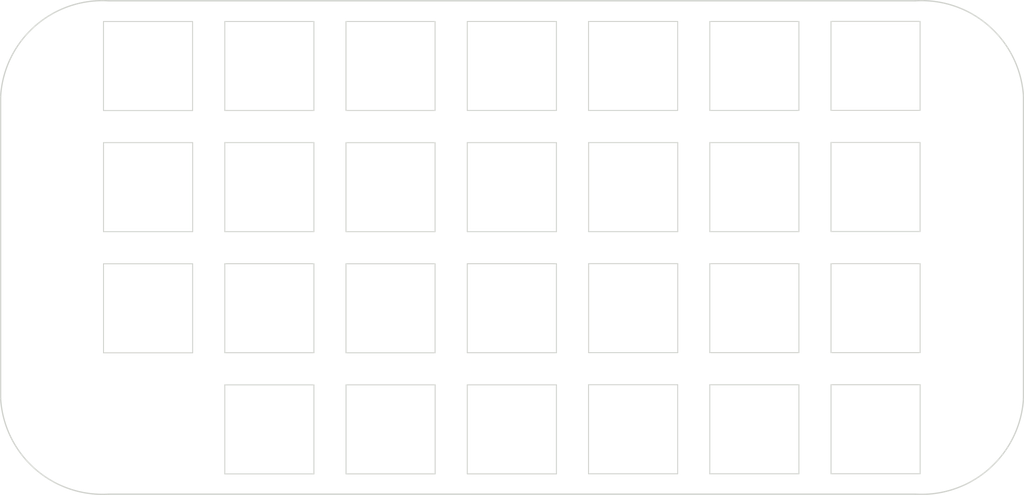
<source format=kicad_pcb>
(kicad_pcb (version 20240108) (generator "pcbnew") (generator_version "8.0")
  (title_block (title "Fragaria") (date "2024-10-05") (rev "1.0") (company "Gzowski.co.uk"))
  (layers (0 "F.Cu" signal) (31 "B.Cu" signal) (34 "B.Paste" user) (35 "F.Paste" user) (36 "B.SilkS" user "B.Silkscreen") (37 "F.SilkS" user "F.Silkscreen") (38 "B.Mask" user) (39 "F.Mask" user) (44 "Edge.Cuts" user))
  (net 0 "")
  (footprint "Button_Switch_Keyboard:SW_Cherry_MX_1.00u_PCB_HOTSWAP_Details_cutout" (layer "F.Cu") (at 122.6405 112.223)
    (property "Reference" "SW16" (hide yes))
    (property "Value" "CPG151101S11" (hide yes))
    (fp_line (start -9.545 -1.929) (end -9.545 12.071) (stroke (width 0.15)) (layer "Edge.Cuts"))
    (fp_line (start -9.545 12.071) (end 4.455 12.071) (stroke (width 0.15)) (layer "Edge.Cuts"))
    (fp_line (start 4.455 -1.929) (end -9.545 -1.929) (stroke (width 0.15)) (layer "Edge.Cuts"))
    (fp_line (start 4.455 12.071) (end 4.455 -1.929) (stroke (width 0.15)) (layer "Edge.Cuts"))
  )
  (footprint "Button_Switch_Keyboard:SW_Cherry_MX_1.00u_PCB_HOTSWAP_Details_cutout" (layer "F.Cu") (at 122.6405 131.277955)
    (property "Reference" "SW22" (hide yes))
    (property "Value" "CPG151101S11" (hide yes))
    (fp_line (start -9.545 -1.929) (end -9.545 12.071) (stroke (width 0.15)) (layer "Edge.Cuts"))
    (fp_line (start -9.545 12.071) (end 4.455 12.071) (stroke (width 0.15)) (layer "Edge.Cuts"))
    (fp_line (start 4.455 -1.929) (end -9.545 -1.929) (stroke (width 0.15)) (layer "Edge.Cuts"))
    (fp_line (start 4.455 12.071) (end 4.455 -1.929) (stroke (width 0.15)) (layer "Edge.Cuts"))
  )
  (footprint "Button_Switch_Keyboard:SW_Cherry_MX_1.00u_PCB_HOTSWAP_Details_cutout" (layer "F.Cu") (at 141.6905 131.273)
    (property "Reference" "SW23" (hide yes))
    (property "Value" "CPG151101S11" (hide yes))
    (fp_line (start -9.545 -1.929) (end -9.545 12.071) (stroke (width 0.15)) (layer "Edge.Cuts"))
    (fp_line (start -9.545 12.071) (end 4.455 12.071) (stroke (width 0.15)) (layer "Edge.Cuts"))
    (fp_line (start 4.455 -1.929) (end -9.545 -1.929) (stroke (width 0.15)) (layer "Edge.Cuts"))
    (fp_line (start 4.455 12.071) (end 4.455 -1.929) (stroke (width 0.15)) (layer "Edge.Cuts"))
  )
  (footprint "Button_Switch_Keyboard:SW_Cherry_MX_1.00u_PCB_HOTSWAP_Details_cutout" (layer "F.Cu") (at 122.6405 93.173)
    (property "Reference" "SW9" (hide yes))
    (property "Value" "CPG151101S11" (hide yes))
    (fp_line (start -9.545 -1.929) (end -9.545 12.071) (stroke (width 0.15)) (layer "Edge.Cuts"))
    (fp_line (start -9.545 12.071) (end 4.455 12.071) (stroke (width 0.15)) (layer "Edge.Cuts"))
    (fp_line (start 4.455 -1.929) (end -9.545 -1.929) (stroke (width 0.15)) (layer "Edge.Cuts"))
    (fp_line (start 4.455 12.071) (end 4.455 -1.929) (stroke (width 0.15)) (layer "Edge.Cuts"))
  )
  (footprint "Button_Switch_Keyboard:SW_Cherry_MX_1.00u_PCB_HOTSWAP_Details_cutout" (layer "F.Cu") (at 103.5905 93.177955)
    (property "Reference" "SW8" (hide yes))
    (property "Value" "CPG151101S11" (hide yes))
    (fp_line (start -9.545 -1.929) (end -9.545 12.071) (stroke (width 0.15)) (layer "Edge.Cuts"))
    (fp_line (start -9.545 12.071) (end 4.455 12.071) (stroke (width 0.15)) (layer "Edge.Cuts"))
    (fp_line (start 4.455 -1.929) (end -9.545 -1.929) (stroke (width 0.15)) (layer "Edge.Cuts"))
    (fp_line (start 4.455 12.071) (end 4.455 -1.929) (stroke (width 0.15)) (layer "Edge.Cuts"))
  )
  (footprint "Button_Switch_Keyboard:SW_Cherry_MX_1.00u_PCB_HOTSWAP_Details_cutout" (layer "F.Cu") (at 198.8375 112.21)
    (property "Reference" "SW20" (hide yes))
    (property "Value" "CPG151101S11" (hide yes))
    (fp_line (start -9.545 -1.929) (end -9.545 12.071) (stroke (width 0.15)) (layer "Edge.Cuts"))
    (fp_line (start -9.545 12.071) (end 4.455 12.071) (stroke (width 0.15)) (layer "Edge.Cuts"))
    (fp_line (start 4.455 -1.929) (end -9.545 -1.929) (stroke (width 0.15)) (layer "Edge.Cuts"))
    (fp_line (start 4.455 12.071) (end 4.455 -1.929) (stroke (width 0.15)) (layer "Edge.Cuts"))
  )
  (footprint "Button_Switch_Keyboard:SW_Cherry_MX_1.00u_PCB_HOTSWAP_Details_cutout" (layer "F.Cu") (at 179.7905 74.123)
    (property "Reference" "SW5" (hide yes))
    (property "Value" "CPG151101S11" (hide yes))
    (fp_line (start -9.545 -1.929) (end -9.545 12.071) (stroke (width 0.15)) (layer "Edge.Cuts"))
    (fp_line (start -9.545 12.071) (end 4.455 12.071) (stroke (width 0.15)) (layer "Edge.Cuts"))
    (fp_line (start 4.455 -1.929) (end -9.545 -1.929) (stroke (width 0.15)) (layer "Edge.Cuts"))
    (fp_line (start 4.455 12.071) (end 4.455 -1.929) (stroke (width 0.15)) (layer "Edge.Cuts"))
  )
  (footprint "Button_Switch_Keyboard:SW_Cherry_MX_1.00u_PCB_HOTSWAP_Details_cutout" (layer "F.Cu") (at 122.6405 74.127955)
    (property "Reference" "SW2" (hide yes))
    (property "Value" "CPG151101S11" (hide yes))
    (fp_line (start -9.545 -1.929) (end -9.545 12.071) (stroke (width 0.15)) (layer "Edge.Cuts"))
    (fp_line (start -9.545 12.071) (end 4.455 12.071) (stroke (width 0.15)) (layer "Edge.Cuts"))
    (fp_line (start 4.455 -1.929) (end -9.545 -1.929) (stroke (width 0.15)) (layer "Edge.Cuts"))
    (fp_line (start 4.455 12.071) (end 4.455 -1.929) (stroke (width 0.15)) (layer "Edge.Cuts"))
  )
  (footprint "Button_Switch_Keyboard:SW_Cherry_MX_1.00u_PCB_HOTSWAP_Details_cutout" (layer "F.Cu") (at 141.6805 93.183)
    (property "Reference" "SW10" (hide yes))
    (property "Value" "CPG151101S11" (hide yes))
    (fp_line (start -9.545 -1.929) (end -9.545 12.071) (stroke (width 0.15)) (layer "Edge.Cuts"))
    (fp_line (start -9.545 12.071) (end 4.455 12.071) (stroke (width 0.15)) (layer "Edge.Cuts"))
    (fp_line (start 4.455 -1.929) (end -9.545 -1.929) (stroke (width 0.15)) (layer "Edge.Cuts"))
    (fp_line (start 4.455 12.071) (end 4.455 -1.929) (stroke (width 0.15)) (layer "Edge.Cuts"))
  )
  (footprint "Button_Switch_Keyboard:SW_Cherry_MX_1.00u_PCB_HOTSWAP_Details_cutout" (layer "F.Cu") (at 217.8905 131.252955)
    (property "Reference" "SW27" (hide yes))
    (property "Value" "CPG151101S11" (hide yes))
    (fp_line (start -9.545 -1.929) (end -9.545 12.071) (stroke (width 0.15)) (layer "Edge.Cuts"))
    (fp_line (start -9.545 12.071) (end 4.455 12.071) (stroke (width 0.15)) (layer "Edge.Cuts"))
    (fp_line (start 4.455 -1.929) (end -9.545 -1.929) (stroke (width 0.15)) (layer "Edge.Cuts"))
    (fp_line (start 4.455 12.071) (end 4.455 -1.929) (stroke (width 0.15)) (layer "Edge.Cuts"))
  )
  (footprint "Button_Switch_Keyboard:SW_Cherry_MX_1.00u_PCB_HOTSWAP_Details_cutout" (layer "F.Cu") (at 198.8375 131.26)
    (property "Reference" "SW26" (hide yes))
    (property "Value" "CPG151101S11" (hide yes))
    (fp_line (start -9.545 -1.929) (end -9.545 12.071) (stroke (width 0.15)) (layer "Edge.Cuts"))
    (fp_line (start -9.545 12.071) (end 4.455 12.071) (stroke (width 0.15)) (layer "Edge.Cuts"))
    (fp_line (start 4.455 -1.929) (end -9.545 -1.929) (stroke (width 0.15)) (layer "Edge.Cuts"))
    (fp_line (start 4.455 12.071) (end 4.455 -1.929) (stroke (width 0.15)) (layer "Edge.Cuts"))
  )
  (footprint "Button_Switch_Keyboard:SW_Cherry_MX_1.00u_PCB_HOTSWAP_Details_cutout" (layer "F.Cu") (at 160.7405 131.273)
    (property "Reference" "SW24" (hide yes))
    (property "Value" "CPG151101S11" (hide yes))
    (fp_line (start -9.545 -1.929) (end -9.545 12.071) (stroke (width 0.15)) (layer "Edge.Cuts"))
    (fp_line (start -9.545 12.071) (end 4.455 12.071) (stroke (width 0.15)) (layer "Edge.Cuts"))
    (fp_line (start 4.455 -1.929) (end -9.545 -1.929) (stroke (width 0.15)) (layer "Edge.Cuts"))
    (fp_line (start 4.455 12.071) (end 4.455 -1.929) (stroke (width 0.15)) (layer "Edge.Cuts"))
  )
  (footprint "Button_Switch_Keyboard:SW_Cherry_MX_1.00u_PCB_HOTSWAP_Details_cutout" (layer "F.Cu") (at 198.8405 74.123)
    (property "Reference" "SW6" (hide yes))
    (property "Value" "CPG151101S11" (hide yes))
    (fp_line (start -9.545 -1.929) (end -9.545 12.071) (stroke (width 0.15)) (layer "Edge.Cuts"))
    (fp_line (start -9.545 12.071) (end 4.455 12.071) (stroke (width 0.15)) (layer "Edge.Cuts"))
    (fp_line (start 4.455 -1.929) (end -9.545 -1.929) (stroke (width 0.15)) (layer "Edge.Cuts"))
    (fp_line (start 4.455 12.071) (end 4.455 -1.929) (stroke (width 0.15)) (layer "Edge.Cuts"))
  )
  (footprint "Button_Switch_Keyboard:SW_Cherry_MX_1.00u_PCB_HOTSWAP_Details_cutout" (layer "F.Cu") (at 217.8805 74.108)
    (property "Reference" "SW7" (hide yes))
    (property "Value" "CPG151101S11" (hide yes))
    (fp_line (start -9.545 -1.929) (end -9.545 12.071) (stroke (width 0.15)) (layer "Edge.Cuts"))
    (fp_line (start -9.545 12.071) (end 4.455 12.071) (stroke (width 0.15)) (layer "Edge.Cuts"))
    (fp_line (start 4.455 -1.929) (end -9.545 -1.929) (stroke (width 0.15)) (layer "Edge.Cuts"))
    (fp_line (start 4.455 12.071) (end 4.455 -1.929) (stroke (width 0.15)) (layer "Edge.Cuts"))
  )
  (footprint "Button_Switch_Keyboard:SW_Cherry_MX_1.00u_PCB_HOTSWAP_Details_cutout" (layer "F.Cu") (at 141.6805 112.233)
    (property "Reference" "SW17" (hide yes))
    (property "Value" "CPG151101S11" (hide yes))
    (fp_line (start -9.545 -1.929) (end -9.545 12.071) (stroke (width 0.15)) (layer "Edge.Cuts"))
    (fp_line (start -9.545 12.071) (end 4.455 12.071) (stroke (width 0.15)) (layer "Edge.Cuts"))
    (fp_line (start 4.455 -1.929) (end -9.545 -1.929) (stroke (width 0.15)) (layer "Edge.Cuts"))
    (fp_line (start 4.455 12.071) (end 4.455 -1.929) (stroke (width 0.15)) (layer "Edge.Cuts"))
  )
  (footprint "Button_Switch_Keyboard:SW_Cherry_MX_1.00u_PCB_HOTSWAP_Details_cutout" (layer "F.Cu") (at 179.8055 93.173)
    (property "Reference" "SW12" (hide yes))
    (property "Value" "CPG151101S11" (hide yes))
    (fp_line (start -9.545 -1.929) (end -9.545 12.071) (stroke (width 0.15)) (layer "Edge.Cuts"))
    (fp_line (start -9.545 12.071) (end 4.455 12.071) (stroke (width 0.15)) (layer "Edge.Cuts"))
    (fp_line (start 4.455 -1.929) (end -9.545 -1.929) (stroke (width 0.15)) (layer "Edge.Cuts"))
    (fp_line (start 4.455 12.071) (end 4.455 -1.929) (stroke (width 0.15)) (layer "Edge.Cuts"))
  )
  (footprint "Button_Switch_Keyboard:SW_Cherry_MX_1.00u_PCB_HOTSWAP_Details_cutout" (layer "F.Cu") (at 198.8405 93.173)
    (property "Reference" "SW13" (hide yes))
    (property "Value" "CPG151101S11" (hide yes))
    (fp_line (start -9.545 -1.929) (end -9.545 12.071) (stroke (width 0.15)) (layer "Edge.Cuts"))
    (fp_line (start -9.545 12.071) (end 4.455 12.071) (stroke (width 0.15)) (layer "Edge.Cuts"))
    (fp_line (start 4.455 -1.929) (end -9.545 -1.929) (stroke (width 0.15)) (layer "Edge.Cuts"))
    (fp_line (start 4.455 12.071) (end 4.455 -1.929) (stroke (width 0.15)) (layer "Edge.Cuts"))
  )
  (footprint "Button_Switch_Keyboard:SW_Cherry_MX_1.00u_PCB_HOTSWAP_Details_cutout" (layer "F.Cu") (at 141.6805 74.127955)
    (property "Reference" "SW3" (hide yes))
    (property "Value" "CPG151101S11" (hide yes))
    (fp_line (start -9.545 -1.929) (end -9.545 12.071) (stroke (width 0.15)) (layer "Edge.Cuts"))
    (fp_line (start -9.545 12.071) (end 4.455 12.071) (stroke (width 0.15)) (layer "Edge.Cuts"))
    (fp_line (start 4.455 -1.929) (end -9.545 -1.929) (stroke (width 0.15)) (layer "Edge.Cuts"))
    (fp_line (start 4.455 12.071) (end 4.455 -1.929) (stroke (width 0.15)) (layer "Edge.Cuts"))
  )
  (footprint "Button_Switch_Keyboard:SW_Cherry_MX_1.00u_PCB_HOTSWAP_Details_cutout" (layer "F.Cu") (at 160.7405 112.223)
    (property "Reference" "SW18" (hide yes))
    (property "Value" "CPG151101S11" (hide yes))
    (fp_line (start -9.545 -1.929) (end -9.545 12.071) (stroke (width 0.15)) (layer "Edge.Cuts"))
    (fp_line (start -9.545 12.071) (end 4.455 12.071) (stroke (width 0.15)) (layer "Edge.Cuts"))
    (fp_line (start 4.455 -1.929) (end -9.545 -1.929) (stroke (width 0.15)) (layer "Edge.Cuts"))
    (fp_line (start 4.455 12.071) (end 4.455 -1.929) (stroke (width 0.15)) (layer "Edge.Cuts"))
  )
  (footprint "Button_Switch_Keyboard:SW_Cherry_MX_1.00u_PCB_HOTSWAP_Details_cutout" (layer "F.Cu") (at 103.5875 112.235)
    (property "Reference" "SW15" (hide yes))
    (property "Value" "CPG151101S11" (hide yes))
    (fp_line (start -9.545 -1.929) (end -9.545 12.071) (stroke (width 0.15)) (layer "Edge.Cuts"))
    (fp_line (start -9.545 12.071) (end 4.455 12.071) (stroke (width 0.15)) (layer "Edge.Cuts"))
    (fp_line (start 4.455 -1.929) (end -9.545 -1.929) (stroke (width 0.15)) (layer "Edge.Cuts"))
    (fp_line (start 4.455 12.071) (end 4.455 -1.929) (stroke (width 0.15)) (layer "Edge.Cuts"))
  )
  (footprint "Button_Switch_Keyboard:SW_Cherry_MX_1.00u_PCB_HOTSWAP_Details_cutout" (layer "F.Cu") (at 160.7405 93.177955)
    (property "Reference" "SW11" (hide yes))
    (property "Value" "CPG151101S11" (hide yes))
    (fp_line (start -9.545 -1.929) (end -9.545 12.071) (stroke (width 0.15)) (layer "Edge.Cuts"))
    (fp_line (start -9.545 12.071) (end 4.455 12.071) (stroke (width 0.15)) (layer "Edge.Cuts"))
    (fp_line (start 4.455 -1.929) (end -9.545 -1.929) (stroke (width 0.15)) (layer "Edge.Cuts"))
    (fp_line (start 4.455 12.071) (end 4.455 -1.929) (stroke (width 0.15)) (layer "Edge.Cuts"))
  )
  (footprint "Button_Switch_Keyboard:SW_Cherry_MX_1.00u_PCB_HOTSWAP_Details_cutout" (layer "F.Cu") (at 103.5805 74.133)
    (property "Reference" "SW1" (hide yes))
    (property "Value" "CPG151101S11" (hide yes))
    (fp_line (start -9.545 -1.929) (end -9.545 12.071) (stroke (width 0.15)) (layer "Edge.Cuts"))
    (fp_line (start -9.545 12.071) (end 4.455 12.071) (stroke (width 0.15)) (layer "Edge.Cuts"))
    (fp_line (start 4.455 -1.929) (end -9.545 -1.929) (stroke (width 0.15)) (layer "Edge.Cuts"))
    (fp_line (start 4.455 12.071) (end 4.455 -1.929) (stroke (width 0.15)) (layer "Edge.Cuts"))
  )
  (footprint "Button_Switch_Keyboard:SW_Cherry_MX_1.00u_PCB_HOTSWAP_Details_cutout" (layer "F.Cu") (at 160.7405 74.123)
    (property "Reference" "SW4" (hide yes))
    (property "Value" "CPG151101S11" (hide yes))
    (fp_line (start -9.545 -1.929) (end -9.545 12.071) (stroke (width 0.15)) (layer "Edge.Cuts"))
    (fp_line (start -9.545 12.071) (end 4.455 12.071) (stroke (width 0.15)) (layer "Edge.Cuts"))
    (fp_line (start 4.455 -1.929) (end -9.545 -1.929) (stroke (width 0.15)) (layer "Edge.Cuts"))
    (fp_line (start 4.455 12.071) (end 4.455 -1.929) (stroke (width 0.15)) (layer "Edge.Cuts"))
  )
  (footprint "Button_Switch_Keyboard:SW_Cherry_MX_1.00u_PCB_HOTSWAP_Details_cutout" (layer "F.Cu") (at 179.7905 131.258)
    (property "Reference" "SW25" (hide yes))
    (property "Value" "CPG151101S11" (hide yes))
    (fp_line (start -9.545 -1.929) (end -9.545 12.071) (stroke (width 0.15)) (layer "Edge.Cuts"))
    (fp_line (start -9.545 12.071) (end 4.455 12.071) (stroke (width 0.15)) (layer "Edge.Cuts"))
    (fp_line (start 4.455 -1.929) (end -9.545 -1.929) (stroke (width 0.15)) (layer "Edge.Cuts"))
    (fp_line (start 4.455 12.071) (end 4.455 -1.929) (stroke (width 0.15)) (layer "Edge.Cuts"))
  )
  (footprint "Button_Switch_Keyboard:SW_Cherry_MX_1.00u_PCB_HOTSWAP_Details_cutout" (layer "F.Cu") (at 217.8875 112.21)
    (property "Reference" "SW21" (hide yes))
    (property "Value" "CPG151101S11" (hide yes))
    (fp_line (start -9.545 -1.929) (end -9.545 12.071) (stroke (width 0.15)) (layer "Edge.Cuts"))
    (fp_line (start -9.545 12.071) (end 4.455 12.071) (stroke (width 0.15)) (layer "Edge.Cuts"))
    (fp_line (start 4.455 -1.929) (end -9.545 -1.929) (stroke (width 0.15)) (layer "Edge.Cuts"))
    (fp_line (start 4.455 12.071) (end 4.455 -1.929) (stroke (width 0.15)) (layer "Edge.Cuts"))
  )
  (footprint "Button_Switch_Keyboard:SW_Cherry_MX_1.00u_PCB_HOTSWAP_Details_cutout" (layer "F.Cu") (at 179.8055 112.208)
    (property "Reference" "SW19" (hide yes))
    (property "Value" "CPG151101S11" (hide yes))
    (fp_line (start -9.545 -1.929) (end -9.545 12.071) (stroke (width 0.15)) (layer "Edge.Cuts"))
    (fp_line (start -9.545 12.071) (end 4.455 12.071) (stroke (width 0.15)) (layer "Edge.Cuts"))
    (fp_line (start 4.455 -1.929) (end -9.545 -1.929) (stroke (width 0.15)) (layer "Edge.Cuts"))
    (fp_line (start 4.455 12.071) (end 4.455 -1.929) (stroke (width 0.15)) (layer "Edge.Cuts"))
  )
  (footprint "Button_Switch_Keyboard:SW_Cherry_MX_1.00u_PCB_HOTSWAP_Details_cutout" (layer "F.Cu") (at 217.8805 93.158)
    (property "Reference" "SW14" (hide yes))
    (property "Value" "CPG151101S11" (hide yes))
    (fp_line (start -9.545 -1.929) (end -9.545 12.071) (stroke (width 0.15)) (layer "Edge.Cuts"))
    (fp_line (start -9.545 12.071) (end 4.455 12.071) (stroke (width 0.15)) (layer "Edge.Cuts"))
    (fp_line (start 4.455 -1.929) (end -9.545 -1.929) (stroke (width 0.15)) (layer "Edge.Cuts"))
    (fp_line (start 4.455 12.071) (end 4.455 -1.929) (stroke (width 0.15)) (layer "Edge.Cuts"))
  )
  (gr_line (start 238.5775 131.53) (end 238.5775 83.95) (stroke (width 0.2)) (layer "Edge.Cuts"))
  (gr_line (start 77.8775 131.53) (end 77.8775 83.95) (stroke (width 0.2)) (layer "Edge.Cuts"))
  (gr_line (start 221.5775 68.95) (end 94.8775 68.95) (stroke (width 0.2)) (layer "Edge.Cuts"))
  (gr_line (start 94.8775 146.53) (end 221.5775 146.53) (stroke (width 0.2)) (layer "Edge.Cuts"))
  (gr_arc (start 221.5775 68.95) (mid 233.184102 72.929185) (end 238.5775 83.95) (stroke (width 0.2)) (layer "Edge.Cuts"))
  (gr_arc (start 238.5775 131.53) (mid 233.184102 142.550815) (end 221.5775 146.53) (stroke (width 0.2)) (layer "Edge.Cuts"))
  (gr_arc (start 94.8775 146.53) (mid 83.270897 142.550817) (end 77.8775 131.53) (stroke (width 0.2)) (layer "Edge.Cuts"))
  (gr_arc (start 77.8775 83.95) (mid 83.270898 72.929185) (end 94.8775 68.95) (stroke (width 0.2)) (layer "Edge.Cuts"))
)
</source>
